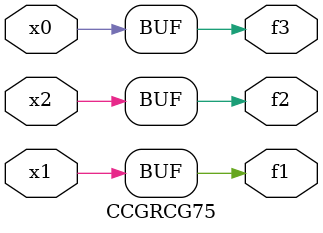
<source format=v>
module CCGRCG75(
	input x0, x1, x2,
	output f1, f2, f3
);
	assign f1 = x1;
	assign f2 = x2;
	assign f3 = x0;
endmodule

</source>
